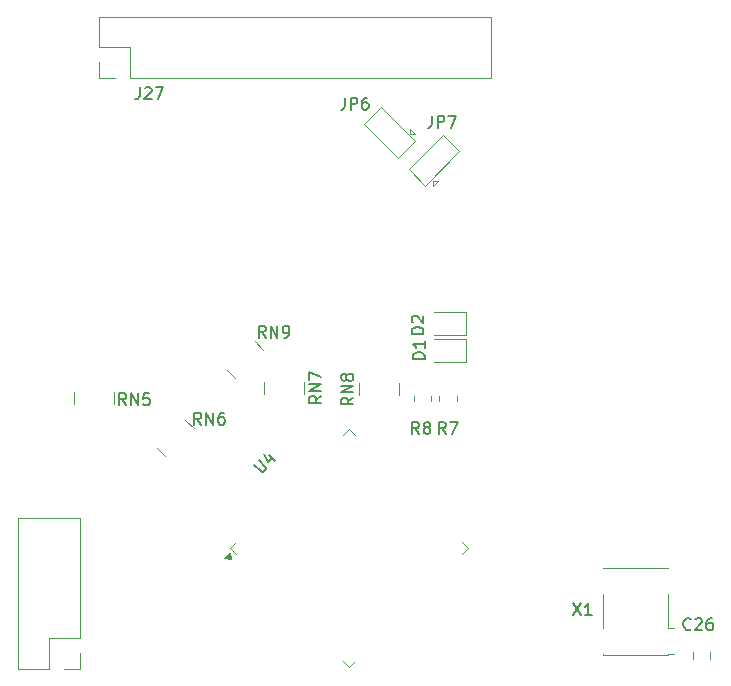
<source format=gbr>
%TF.GenerationSoftware,KiCad,Pcbnew,8.0.4*%
%TF.CreationDate,2024-12-17T16:17:44+07:00*%
%TF.ProjectId,cpld_mux,63706c64-5f6d-4757-982e-6b696361645f,rev?*%
%TF.SameCoordinates,Original*%
%TF.FileFunction,Legend,Top*%
%TF.FilePolarity,Positive*%
%FSLAX46Y46*%
G04 Gerber Fmt 4.6, Leading zero omitted, Abs format (unit mm)*
G04 Created by KiCad (PCBNEW 8.0.4) date 2024-12-17 16:17:44*
%MOMM*%
%LPD*%
G01*
G04 APERTURE LIST*
%ADD10C,0.150000*%
%ADD11C,0.120000*%
G04 APERTURE END LIST*
D10*
X37478724Y-54605572D02*
X37145391Y-54129381D01*
X36907296Y-54605572D02*
X36907296Y-53605572D01*
X36907296Y-53605572D02*
X37288248Y-53605572D01*
X37288248Y-53605572D02*
X37383486Y-53653191D01*
X37383486Y-53653191D02*
X37431105Y-53700810D01*
X37431105Y-53700810D02*
X37478724Y-53796048D01*
X37478724Y-53796048D02*
X37478724Y-53938905D01*
X37478724Y-53938905D02*
X37431105Y-54034143D01*
X37431105Y-54034143D02*
X37383486Y-54081762D01*
X37383486Y-54081762D02*
X37288248Y-54129381D01*
X37288248Y-54129381D02*
X36907296Y-54129381D01*
X37907296Y-54605572D02*
X37907296Y-53605572D01*
X37907296Y-53605572D02*
X38478724Y-54605572D01*
X38478724Y-54605572D02*
X38478724Y-53605572D01*
X39383486Y-53605572D02*
X39193010Y-53605572D01*
X39193010Y-53605572D02*
X39097772Y-53653191D01*
X39097772Y-53653191D02*
X39050153Y-53700810D01*
X39050153Y-53700810D02*
X38954915Y-53843667D01*
X38954915Y-53843667D02*
X38907296Y-54034143D01*
X38907296Y-54034143D02*
X38907296Y-54415095D01*
X38907296Y-54415095D02*
X38954915Y-54510333D01*
X38954915Y-54510333D02*
X39002534Y-54557953D01*
X39002534Y-54557953D02*
X39097772Y-54605572D01*
X39097772Y-54605572D02*
X39288248Y-54605572D01*
X39288248Y-54605572D02*
X39383486Y-54557953D01*
X39383486Y-54557953D02*
X39431105Y-54510333D01*
X39431105Y-54510333D02*
X39478724Y-54415095D01*
X39478724Y-54415095D02*
X39478724Y-54177000D01*
X39478724Y-54177000D02*
X39431105Y-54081762D01*
X39431105Y-54081762D02*
X39383486Y-54034143D01*
X39383486Y-54034143D02*
X39288248Y-53986524D01*
X39288248Y-53986524D02*
X39097772Y-53986524D01*
X39097772Y-53986524D02*
X39002534Y-54034143D01*
X39002534Y-54034143D02*
X38954915Y-54081762D01*
X38954915Y-54081762D02*
X38907296Y-54177000D01*
X42939724Y-47239572D02*
X42606391Y-46763381D01*
X42368296Y-47239572D02*
X42368296Y-46239572D01*
X42368296Y-46239572D02*
X42749248Y-46239572D01*
X42749248Y-46239572D02*
X42844486Y-46287191D01*
X42844486Y-46287191D02*
X42892105Y-46334810D01*
X42892105Y-46334810D02*
X42939724Y-46430048D01*
X42939724Y-46430048D02*
X42939724Y-46572905D01*
X42939724Y-46572905D02*
X42892105Y-46668143D01*
X42892105Y-46668143D02*
X42844486Y-46715762D01*
X42844486Y-46715762D02*
X42749248Y-46763381D01*
X42749248Y-46763381D02*
X42368296Y-46763381D01*
X43368296Y-47239572D02*
X43368296Y-46239572D01*
X43368296Y-46239572D02*
X43939724Y-47239572D01*
X43939724Y-47239572D02*
X43939724Y-46239572D01*
X44463534Y-47239572D02*
X44654010Y-47239572D01*
X44654010Y-47239572D02*
X44749248Y-47191953D01*
X44749248Y-47191953D02*
X44796867Y-47144333D01*
X44796867Y-47144333D02*
X44892105Y-47001476D01*
X44892105Y-47001476D02*
X44939724Y-46811000D01*
X44939724Y-46811000D02*
X44939724Y-46430048D01*
X44939724Y-46430048D02*
X44892105Y-46334810D01*
X44892105Y-46334810D02*
X44844486Y-46287191D01*
X44844486Y-46287191D02*
X44749248Y-46239572D01*
X44749248Y-46239572D02*
X44558772Y-46239572D01*
X44558772Y-46239572D02*
X44463534Y-46287191D01*
X44463534Y-46287191D02*
X44415915Y-46334810D01*
X44415915Y-46334810D02*
X44368296Y-46430048D01*
X44368296Y-46430048D02*
X44368296Y-46668143D01*
X44368296Y-46668143D02*
X44415915Y-46763381D01*
X44415915Y-46763381D02*
X44463534Y-46811000D01*
X44463534Y-46811000D02*
X44558772Y-46858619D01*
X44558772Y-46858619D02*
X44749248Y-46858619D01*
X44749248Y-46858619D02*
X44844486Y-46811000D01*
X44844486Y-46811000D02*
X44892105Y-46763381D01*
X44892105Y-46763381D02*
X44939724Y-46668143D01*
X31128724Y-52954572D02*
X30795391Y-52478381D01*
X30557296Y-52954572D02*
X30557296Y-51954572D01*
X30557296Y-51954572D02*
X30938248Y-51954572D01*
X30938248Y-51954572D02*
X31033486Y-52002191D01*
X31033486Y-52002191D02*
X31081105Y-52049810D01*
X31081105Y-52049810D02*
X31128724Y-52145048D01*
X31128724Y-52145048D02*
X31128724Y-52287905D01*
X31128724Y-52287905D02*
X31081105Y-52383143D01*
X31081105Y-52383143D02*
X31033486Y-52430762D01*
X31033486Y-52430762D02*
X30938248Y-52478381D01*
X30938248Y-52478381D02*
X30557296Y-52478381D01*
X31557296Y-52954572D02*
X31557296Y-51954572D01*
X31557296Y-51954572D02*
X32128724Y-52954572D01*
X32128724Y-52954572D02*
X32128724Y-51954572D01*
X33081105Y-51954572D02*
X32604915Y-51954572D01*
X32604915Y-51954572D02*
X32557296Y-52430762D01*
X32557296Y-52430762D02*
X32604915Y-52383143D01*
X32604915Y-52383143D02*
X32700153Y-52335524D01*
X32700153Y-52335524D02*
X32938248Y-52335524D01*
X32938248Y-52335524D02*
X33033486Y-52383143D01*
X33033486Y-52383143D02*
X33081105Y-52430762D01*
X33081105Y-52430762D02*
X33128724Y-52526000D01*
X33128724Y-52526000D02*
X33128724Y-52764095D01*
X33128724Y-52764095D02*
X33081105Y-52859333D01*
X33081105Y-52859333D02*
X33033486Y-52906953D01*
X33033486Y-52906953D02*
X32938248Y-52954572D01*
X32938248Y-52954572D02*
X32700153Y-52954572D01*
X32700153Y-52954572D02*
X32604915Y-52906953D01*
X32604915Y-52906953D02*
X32557296Y-52859333D01*
X56296721Y-46910847D02*
X55296721Y-46910847D01*
X55296721Y-46910847D02*
X55296721Y-46672752D01*
X55296721Y-46672752D02*
X55344340Y-46529895D01*
X55344340Y-46529895D02*
X55439578Y-46434657D01*
X55439578Y-46434657D02*
X55534816Y-46387038D01*
X55534816Y-46387038D02*
X55725292Y-46339419D01*
X55725292Y-46339419D02*
X55868149Y-46339419D01*
X55868149Y-46339419D02*
X56058625Y-46387038D01*
X56058625Y-46387038D02*
X56153863Y-46434657D01*
X56153863Y-46434657D02*
X56249102Y-46529895D01*
X56249102Y-46529895D02*
X56296721Y-46672752D01*
X56296721Y-46672752D02*
X56296721Y-46910847D01*
X55391959Y-45958466D02*
X55344340Y-45910847D01*
X55344340Y-45910847D02*
X55296721Y-45815609D01*
X55296721Y-45815609D02*
X55296721Y-45577514D01*
X55296721Y-45577514D02*
X55344340Y-45482276D01*
X55344340Y-45482276D02*
X55391959Y-45434657D01*
X55391959Y-45434657D02*
X55487197Y-45387038D01*
X55487197Y-45387038D02*
X55582435Y-45387038D01*
X55582435Y-45387038D02*
X55725292Y-45434657D01*
X55725292Y-45434657D02*
X56296721Y-46006085D01*
X56296721Y-46006085D02*
X56296721Y-45387038D01*
X50345020Y-52313229D02*
X49868829Y-52646562D01*
X50345020Y-52884657D02*
X49345020Y-52884657D01*
X49345020Y-52884657D02*
X49345020Y-52503705D01*
X49345020Y-52503705D02*
X49392639Y-52408467D01*
X49392639Y-52408467D02*
X49440258Y-52360848D01*
X49440258Y-52360848D02*
X49535496Y-52313229D01*
X49535496Y-52313229D02*
X49678353Y-52313229D01*
X49678353Y-52313229D02*
X49773591Y-52360848D01*
X49773591Y-52360848D02*
X49821210Y-52408467D01*
X49821210Y-52408467D02*
X49868829Y-52503705D01*
X49868829Y-52503705D02*
X49868829Y-52884657D01*
X50345020Y-51884657D02*
X49345020Y-51884657D01*
X49345020Y-51884657D02*
X50345020Y-51313229D01*
X50345020Y-51313229D02*
X49345020Y-51313229D01*
X49773591Y-50694181D02*
X49725972Y-50789419D01*
X49725972Y-50789419D02*
X49678353Y-50837038D01*
X49678353Y-50837038D02*
X49583115Y-50884657D01*
X49583115Y-50884657D02*
X49535496Y-50884657D01*
X49535496Y-50884657D02*
X49440258Y-50837038D01*
X49440258Y-50837038D02*
X49392639Y-50789419D01*
X49392639Y-50789419D02*
X49345020Y-50694181D01*
X49345020Y-50694181D02*
X49345020Y-50503705D01*
X49345020Y-50503705D02*
X49392639Y-50408467D01*
X49392639Y-50408467D02*
X49440258Y-50360848D01*
X49440258Y-50360848D02*
X49535496Y-50313229D01*
X49535496Y-50313229D02*
X49583115Y-50313229D01*
X49583115Y-50313229D02*
X49678353Y-50360848D01*
X49678353Y-50360848D02*
X49725972Y-50408467D01*
X49725972Y-50408467D02*
X49773591Y-50503705D01*
X49773591Y-50503705D02*
X49773591Y-50694181D01*
X49773591Y-50694181D02*
X49821210Y-50789419D01*
X49821210Y-50789419D02*
X49868829Y-50837038D01*
X49868829Y-50837038D02*
X49964067Y-50884657D01*
X49964067Y-50884657D02*
X50154543Y-50884657D01*
X50154543Y-50884657D02*
X50249781Y-50837038D01*
X50249781Y-50837038D02*
X50297401Y-50789419D01*
X50297401Y-50789419D02*
X50345020Y-50694181D01*
X50345020Y-50694181D02*
X50345020Y-50503705D01*
X50345020Y-50503705D02*
X50297401Y-50408467D01*
X50297401Y-50408467D02*
X50249781Y-50360848D01*
X50249781Y-50360848D02*
X50154543Y-50313229D01*
X50154543Y-50313229D02*
X49964067Y-50313229D01*
X49964067Y-50313229D02*
X49868829Y-50360848D01*
X49868829Y-50360848D02*
X49821210Y-50408467D01*
X49821210Y-50408467D02*
X49773591Y-50503705D01*
X47641020Y-52174229D02*
X47164829Y-52507562D01*
X47641020Y-52745657D02*
X46641020Y-52745657D01*
X46641020Y-52745657D02*
X46641020Y-52364705D01*
X46641020Y-52364705D02*
X46688639Y-52269467D01*
X46688639Y-52269467D02*
X46736258Y-52221848D01*
X46736258Y-52221848D02*
X46831496Y-52174229D01*
X46831496Y-52174229D02*
X46974353Y-52174229D01*
X46974353Y-52174229D02*
X47069591Y-52221848D01*
X47069591Y-52221848D02*
X47117210Y-52269467D01*
X47117210Y-52269467D02*
X47164829Y-52364705D01*
X47164829Y-52364705D02*
X47164829Y-52745657D01*
X47641020Y-51745657D02*
X46641020Y-51745657D01*
X46641020Y-51745657D02*
X47641020Y-51174229D01*
X47641020Y-51174229D02*
X46641020Y-51174229D01*
X46641020Y-50793276D02*
X46641020Y-50126610D01*
X46641020Y-50126610D02*
X47641020Y-50555181D01*
X55923534Y-55397572D02*
X55590201Y-54921381D01*
X55352106Y-55397572D02*
X55352106Y-54397572D01*
X55352106Y-54397572D02*
X55733058Y-54397572D01*
X55733058Y-54397572D02*
X55828296Y-54445191D01*
X55828296Y-54445191D02*
X55875915Y-54492810D01*
X55875915Y-54492810D02*
X55923534Y-54588048D01*
X55923534Y-54588048D02*
X55923534Y-54730905D01*
X55923534Y-54730905D02*
X55875915Y-54826143D01*
X55875915Y-54826143D02*
X55828296Y-54873762D01*
X55828296Y-54873762D02*
X55733058Y-54921381D01*
X55733058Y-54921381D02*
X55352106Y-54921381D01*
X56494963Y-54826143D02*
X56399725Y-54778524D01*
X56399725Y-54778524D02*
X56352106Y-54730905D01*
X56352106Y-54730905D02*
X56304487Y-54635667D01*
X56304487Y-54635667D02*
X56304487Y-54588048D01*
X56304487Y-54588048D02*
X56352106Y-54492810D01*
X56352106Y-54492810D02*
X56399725Y-54445191D01*
X56399725Y-54445191D02*
X56494963Y-54397572D01*
X56494963Y-54397572D02*
X56685439Y-54397572D01*
X56685439Y-54397572D02*
X56780677Y-54445191D01*
X56780677Y-54445191D02*
X56828296Y-54492810D01*
X56828296Y-54492810D02*
X56875915Y-54588048D01*
X56875915Y-54588048D02*
X56875915Y-54635667D01*
X56875915Y-54635667D02*
X56828296Y-54730905D01*
X56828296Y-54730905D02*
X56780677Y-54778524D01*
X56780677Y-54778524D02*
X56685439Y-54826143D01*
X56685439Y-54826143D02*
X56494963Y-54826143D01*
X56494963Y-54826143D02*
X56399725Y-54873762D01*
X56399725Y-54873762D02*
X56352106Y-54921381D01*
X56352106Y-54921381D02*
X56304487Y-55016619D01*
X56304487Y-55016619D02*
X56304487Y-55207095D01*
X56304487Y-55207095D02*
X56352106Y-55302333D01*
X56352106Y-55302333D02*
X56399725Y-55349953D01*
X56399725Y-55349953D02*
X56494963Y-55397572D01*
X56494963Y-55397572D02*
X56685439Y-55397572D01*
X56685439Y-55397572D02*
X56780677Y-55349953D01*
X56780677Y-55349953D02*
X56828296Y-55302333D01*
X56828296Y-55302333D02*
X56875915Y-55207095D01*
X56875915Y-55207095D02*
X56875915Y-55016619D01*
X56875915Y-55016619D02*
X56828296Y-54921381D01*
X56828296Y-54921381D02*
X56780677Y-54873762D01*
X56780677Y-54873762D02*
X56685439Y-54826143D01*
X57020867Y-28459572D02*
X57020867Y-29173857D01*
X57020867Y-29173857D02*
X56973248Y-29316714D01*
X56973248Y-29316714D02*
X56878010Y-29411953D01*
X56878010Y-29411953D02*
X56735153Y-29459572D01*
X56735153Y-29459572D02*
X56639915Y-29459572D01*
X57497058Y-29459572D02*
X57497058Y-28459572D01*
X57497058Y-28459572D02*
X57878010Y-28459572D01*
X57878010Y-28459572D02*
X57973248Y-28507191D01*
X57973248Y-28507191D02*
X58020867Y-28554810D01*
X58020867Y-28554810D02*
X58068486Y-28650048D01*
X58068486Y-28650048D02*
X58068486Y-28792905D01*
X58068486Y-28792905D02*
X58020867Y-28888143D01*
X58020867Y-28888143D02*
X57973248Y-28935762D01*
X57973248Y-28935762D02*
X57878010Y-28983381D01*
X57878010Y-28983381D02*
X57497058Y-28983381D01*
X58401820Y-28459572D02*
X59068486Y-28459572D01*
X59068486Y-28459572D02*
X58639915Y-29459572D01*
X78928343Y-71909333D02*
X78880724Y-71956953D01*
X78880724Y-71956953D02*
X78737867Y-72004572D01*
X78737867Y-72004572D02*
X78642629Y-72004572D01*
X78642629Y-72004572D02*
X78499772Y-71956953D01*
X78499772Y-71956953D02*
X78404534Y-71861714D01*
X78404534Y-71861714D02*
X78356915Y-71766476D01*
X78356915Y-71766476D02*
X78309296Y-71576000D01*
X78309296Y-71576000D02*
X78309296Y-71433143D01*
X78309296Y-71433143D02*
X78356915Y-71242667D01*
X78356915Y-71242667D02*
X78404534Y-71147429D01*
X78404534Y-71147429D02*
X78499772Y-71052191D01*
X78499772Y-71052191D02*
X78642629Y-71004572D01*
X78642629Y-71004572D02*
X78737867Y-71004572D01*
X78737867Y-71004572D02*
X78880724Y-71052191D01*
X78880724Y-71052191D02*
X78928343Y-71099810D01*
X79309296Y-71099810D02*
X79356915Y-71052191D01*
X79356915Y-71052191D02*
X79452153Y-71004572D01*
X79452153Y-71004572D02*
X79690248Y-71004572D01*
X79690248Y-71004572D02*
X79785486Y-71052191D01*
X79785486Y-71052191D02*
X79833105Y-71099810D01*
X79833105Y-71099810D02*
X79880724Y-71195048D01*
X79880724Y-71195048D02*
X79880724Y-71290286D01*
X79880724Y-71290286D02*
X79833105Y-71433143D01*
X79833105Y-71433143D02*
X79261677Y-72004572D01*
X79261677Y-72004572D02*
X79880724Y-72004572D01*
X80737867Y-71004572D02*
X80547391Y-71004572D01*
X80547391Y-71004572D02*
X80452153Y-71052191D01*
X80452153Y-71052191D02*
X80404534Y-71099810D01*
X80404534Y-71099810D02*
X80309296Y-71242667D01*
X80309296Y-71242667D02*
X80261677Y-71433143D01*
X80261677Y-71433143D02*
X80261677Y-71814095D01*
X80261677Y-71814095D02*
X80309296Y-71909333D01*
X80309296Y-71909333D02*
X80356915Y-71956953D01*
X80356915Y-71956953D02*
X80452153Y-72004572D01*
X80452153Y-72004572D02*
X80642629Y-72004572D01*
X80642629Y-72004572D02*
X80737867Y-71956953D01*
X80737867Y-71956953D02*
X80785486Y-71909333D01*
X80785486Y-71909333D02*
X80833105Y-71814095D01*
X80833105Y-71814095D02*
X80833105Y-71576000D01*
X80833105Y-71576000D02*
X80785486Y-71480762D01*
X80785486Y-71480762D02*
X80737867Y-71433143D01*
X80737867Y-71433143D02*
X80642629Y-71385524D01*
X80642629Y-71385524D02*
X80452153Y-71385524D01*
X80452153Y-71385524D02*
X80356915Y-71433143D01*
X80356915Y-71433143D02*
X80309296Y-71480762D01*
X80309296Y-71480762D02*
X80261677Y-71576000D01*
X32279677Y-26046572D02*
X32279677Y-26760857D01*
X32279677Y-26760857D02*
X32232058Y-26903714D01*
X32232058Y-26903714D02*
X32136820Y-26998953D01*
X32136820Y-26998953D02*
X31993963Y-27046572D01*
X31993963Y-27046572D02*
X31898725Y-27046572D01*
X32708249Y-26141810D02*
X32755868Y-26094191D01*
X32755868Y-26094191D02*
X32851106Y-26046572D01*
X32851106Y-26046572D02*
X33089201Y-26046572D01*
X33089201Y-26046572D02*
X33184439Y-26094191D01*
X33184439Y-26094191D02*
X33232058Y-26141810D01*
X33232058Y-26141810D02*
X33279677Y-26237048D01*
X33279677Y-26237048D02*
X33279677Y-26332286D01*
X33279677Y-26332286D02*
X33232058Y-26475143D01*
X33232058Y-26475143D02*
X32660630Y-27046572D01*
X32660630Y-27046572D02*
X33279677Y-27046572D01*
X33613011Y-26046572D02*
X34279677Y-26046572D01*
X34279677Y-26046572D02*
X33851106Y-27046572D01*
X58183534Y-55397572D02*
X57850201Y-54921381D01*
X57612106Y-55397572D02*
X57612106Y-54397572D01*
X57612106Y-54397572D02*
X57993058Y-54397572D01*
X57993058Y-54397572D02*
X58088296Y-54445191D01*
X58088296Y-54445191D02*
X58135915Y-54492810D01*
X58135915Y-54492810D02*
X58183534Y-54588048D01*
X58183534Y-54588048D02*
X58183534Y-54730905D01*
X58183534Y-54730905D02*
X58135915Y-54826143D01*
X58135915Y-54826143D02*
X58088296Y-54873762D01*
X58088296Y-54873762D02*
X57993058Y-54921381D01*
X57993058Y-54921381D02*
X57612106Y-54921381D01*
X58516868Y-54397572D02*
X59183534Y-54397572D01*
X59183534Y-54397572D02*
X58754963Y-55397572D01*
X49654867Y-26935572D02*
X49654867Y-27649857D01*
X49654867Y-27649857D02*
X49607248Y-27792714D01*
X49607248Y-27792714D02*
X49512010Y-27887953D01*
X49512010Y-27887953D02*
X49369153Y-27935572D01*
X49369153Y-27935572D02*
X49273915Y-27935572D01*
X50131058Y-27935572D02*
X50131058Y-26935572D01*
X50131058Y-26935572D02*
X50512010Y-26935572D01*
X50512010Y-26935572D02*
X50607248Y-26983191D01*
X50607248Y-26983191D02*
X50654867Y-27030810D01*
X50654867Y-27030810D02*
X50702486Y-27126048D01*
X50702486Y-27126048D02*
X50702486Y-27268905D01*
X50702486Y-27268905D02*
X50654867Y-27364143D01*
X50654867Y-27364143D02*
X50607248Y-27411762D01*
X50607248Y-27411762D02*
X50512010Y-27459381D01*
X50512010Y-27459381D02*
X50131058Y-27459381D01*
X51559629Y-26935572D02*
X51369153Y-26935572D01*
X51369153Y-26935572D02*
X51273915Y-26983191D01*
X51273915Y-26983191D02*
X51226296Y-27030810D01*
X51226296Y-27030810D02*
X51131058Y-27173667D01*
X51131058Y-27173667D02*
X51083439Y-27364143D01*
X51083439Y-27364143D02*
X51083439Y-27745095D01*
X51083439Y-27745095D02*
X51131058Y-27840333D01*
X51131058Y-27840333D02*
X51178677Y-27887953D01*
X51178677Y-27887953D02*
X51273915Y-27935572D01*
X51273915Y-27935572D02*
X51464391Y-27935572D01*
X51464391Y-27935572D02*
X51559629Y-27887953D01*
X51559629Y-27887953D02*
X51607248Y-27840333D01*
X51607248Y-27840333D02*
X51654867Y-27745095D01*
X51654867Y-27745095D02*
X51654867Y-27507000D01*
X51654867Y-27507000D02*
X51607248Y-27411762D01*
X51607248Y-27411762D02*
X51559629Y-27364143D01*
X51559629Y-27364143D02*
X51464391Y-27316524D01*
X51464391Y-27316524D02*
X51273915Y-27316524D01*
X51273915Y-27316524D02*
X51178677Y-27364143D01*
X51178677Y-27364143D02*
X51131058Y-27411762D01*
X51131058Y-27411762D02*
X51083439Y-27507000D01*
X68982677Y-69734572D02*
X69649343Y-70734572D01*
X69649343Y-69734572D02*
X68982677Y-70734572D01*
X70554105Y-70734572D02*
X69982677Y-70734572D01*
X70268391Y-70734572D02*
X70268391Y-69734572D01*
X70268391Y-69734572D02*
X70173153Y-69877429D01*
X70173153Y-69877429D02*
X70077915Y-69972667D01*
X70077915Y-69972667D02*
X69982677Y-70020286D01*
X41943952Y-57986999D02*
X42516372Y-58559419D01*
X42516372Y-58559419D02*
X42617387Y-58593091D01*
X42617387Y-58593091D02*
X42684731Y-58593091D01*
X42684731Y-58593091D02*
X42785746Y-58559419D01*
X42785746Y-58559419D02*
X42920433Y-58424732D01*
X42920433Y-58424732D02*
X42954105Y-58323717D01*
X42954105Y-58323717D02*
X42954105Y-58256373D01*
X42954105Y-58256373D02*
X42920433Y-58155358D01*
X42920433Y-58155358D02*
X42348013Y-57582938D01*
X43223479Y-57178877D02*
X43694883Y-57650282D01*
X42785746Y-57077862D02*
X43122464Y-57751297D01*
X43122464Y-57751297D02*
X43560196Y-57313564D01*
X56402121Y-49060847D02*
X55402121Y-49060847D01*
X55402121Y-49060847D02*
X55402121Y-48822752D01*
X55402121Y-48822752D02*
X55449740Y-48679895D01*
X55449740Y-48679895D02*
X55544978Y-48584657D01*
X55544978Y-48584657D02*
X55640216Y-48537038D01*
X55640216Y-48537038D02*
X55830692Y-48489419D01*
X55830692Y-48489419D02*
X55973549Y-48489419D01*
X55973549Y-48489419D02*
X56164025Y-48537038D01*
X56164025Y-48537038D02*
X56259263Y-48584657D01*
X56259263Y-48584657D02*
X56354502Y-48679895D01*
X56354502Y-48679895D02*
X56402121Y-48822752D01*
X56402121Y-48822752D02*
X56402121Y-49060847D01*
X56402121Y-47537038D02*
X56402121Y-48108466D01*
X56402121Y-47822752D02*
X55402121Y-47822752D01*
X55402121Y-47822752D02*
X55544978Y-47917990D01*
X55544978Y-47917990D02*
X55640216Y-48013228D01*
X55640216Y-48013228D02*
X55687835Y-48108466D01*
D11*
%TO.C,RN6*%
X34452891Y-57301378D02*
X33745784Y-56594271D01*
X36828770Y-54925499D02*
X36121663Y-54218392D01*
%TO.C,RN9*%
X40340947Y-50651322D02*
X39633840Y-49944215D01*
X42716826Y-48275443D02*
X42009719Y-47568336D01*
%TO.C,RN5*%
X26710201Y-52872753D02*
X26710201Y-51872753D01*
X30070201Y-52872753D02*
X30070201Y-51872753D01*
%TO.C,JTAG1*%
X21980201Y-75292753D02*
X21980201Y-62472753D01*
X24580200Y-75292753D02*
X21980201Y-75292753D01*
X24580201Y-72692753D02*
X24580200Y-75292753D01*
X27180201Y-62472753D02*
X21980201Y-62472753D01*
X27180201Y-72692752D02*
X24580201Y-72692753D01*
X27180201Y-72692752D02*
X27180201Y-62472753D01*
X27180201Y-73962753D02*
X27180201Y-75292753D01*
X27180201Y-75292753D02*
X25850201Y-75292753D01*
%TO.C,D2*%
X57184401Y-47012753D02*
X59869400Y-47012753D01*
X59869400Y-45092753D02*
X57184401Y-45092753D01*
X59869400Y-47012753D02*
X59869400Y-45092753D01*
%TO.C,RN8*%
X50840201Y-52110753D02*
X50840201Y-51110753D01*
X54200201Y-52110753D02*
X54200201Y-51110753D01*
%TO.C,RN7*%
X42820201Y-51972753D02*
X42820201Y-50972753D01*
X46180201Y-51972753D02*
X46180201Y-50972753D01*
%TO.C,R8*%
X55468201Y-52623317D02*
X55468201Y-52169189D01*
X56938201Y-52623317D02*
X56938201Y-52169189D01*
%TO.C,JP7*%
X55032286Y-32952454D02*
X57931424Y-30053316D01*
X56446500Y-34366668D02*
X55032286Y-32952454D01*
X57118251Y-33977759D02*
X57118251Y-34402023D01*
X57118251Y-33977759D02*
X57542515Y-33977759D01*
X57118251Y-34402023D02*
X57542515Y-33977759D01*
X57931424Y-30053316D02*
X59345638Y-31467530D01*
X59345638Y-31467530D02*
X56446500Y-34366668D01*
%TO.C,C26*%
X79090201Y-74412005D02*
X79090201Y-73889499D01*
X80560201Y-74412005D02*
X80560201Y-73889499D01*
%TO.C,J27*%
X28838201Y-20054753D02*
X61978201Y-20054753D01*
X28838201Y-22654752D02*
X28838201Y-20054753D01*
X28838201Y-25254753D02*
X28838201Y-23924753D01*
X30168201Y-25254753D02*
X28838201Y-25254753D01*
X31438201Y-22654753D02*
X28838201Y-22654752D01*
X31438202Y-25254753D02*
X31438201Y-22654753D01*
X31438202Y-25254753D02*
X61978201Y-25254753D01*
X61978201Y-25254753D02*
X61978201Y-20054753D01*
%TO.C,R7*%
X57627201Y-52623317D02*
X57627201Y-52169189D01*
X59097201Y-52623317D02*
X59097201Y-52169189D01*
%TO.C,JP6*%
X51252525Y-29151291D02*
X52666739Y-27737077D01*
X52666739Y-27737077D02*
X55565877Y-30636215D01*
X54151663Y-32050429D02*
X51252525Y-29151291D01*
X55176968Y-29964464D02*
X55176968Y-29540200D01*
X55176968Y-29964464D02*
X55601232Y-29964464D01*
X55565877Y-30636215D02*
X54151663Y-32050429D01*
X55601232Y-29964464D02*
X55176968Y-29540200D01*
%TO.C,X1*%
X71529201Y-66706752D02*
X77009201Y-66706752D01*
X71529201Y-66766753D02*
X71529201Y-66706752D01*
X71529201Y-71846753D02*
X71529201Y-68966753D01*
X71529201Y-74106754D02*
X71529201Y-74046753D01*
X77009201Y-66706752D02*
X77009201Y-66766753D01*
X77009201Y-68966753D02*
X77009201Y-71846753D01*
X77009201Y-71846753D02*
X77469201Y-71846753D01*
X77009201Y-74046753D02*
X77009201Y-74106754D01*
X77009201Y-74106754D02*
X71529201Y-74106754D01*
X77469201Y-74046753D02*
X77009201Y-74046753D01*
%TO.C,U4*%
X39925143Y-65072753D02*
X40420117Y-65567728D01*
X40420117Y-64577778D02*
X39925143Y-65072753D01*
X49485226Y-55512669D02*
X49980201Y-55017695D01*
X49980201Y-55017695D02*
X50475176Y-55512669D01*
X49980201Y-75127811D02*
X49485226Y-74632837D01*
X50475176Y-74632837D02*
X49980201Y-75127811D01*
X59540285Y-65567728D02*
X60035259Y-65072753D01*
X60035259Y-65072753D02*
X59540285Y-64577778D01*
X39976408Y-66011437D02*
X39403651Y-65919513D01*
X39884484Y-65438681D01*
X39976408Y-66011437D01*
G36*
X39976408Y-66011437D02*
G01*
X39403651Y-65919513D01*
X39884484Y-65438681D01*
X39976408Y-66011437D01*
G37*
%TO.C,D1*%
X57209801Y-49268753D02*
X59894800Y-49268753D01*
X59894800Y-47348753D02*
X57209801Y-47348753D01*
X59894800Y-49268753D02*
X59894800Y-47348753D01*
%TD*%
M02*

</source>
